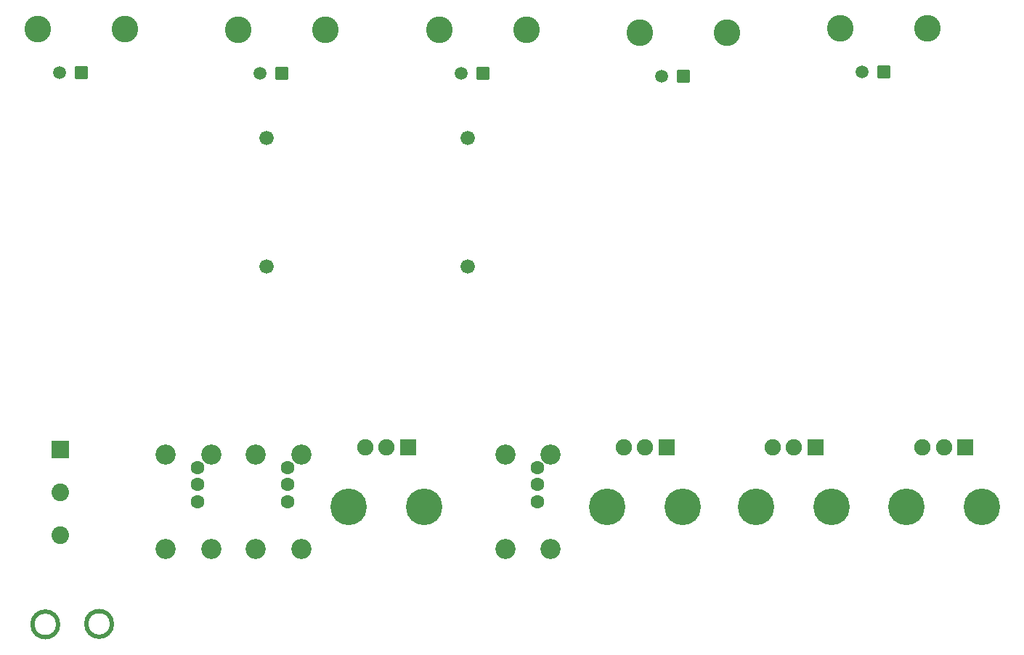
<source format=gbr>
%TF.GenerationSoftware,KiCad,Pcbnew,8.0.5*%
%TF.CreationDate,2024-10-09T14:13:09+02:00*%
%TF.ProjectId,ElectronicVdP,456c6563-7472-46f6-9e69-635664502e6b,v 1.0*%
%TF.SameCoordinates,Original*%
%TF.FileFunction,Soldermask,Bot*%
%TF.FilePolarity,Negative*%
%FSLAX46Y46*%
G04 Gerber Fmt 4.6, Leading zero omitted, Abs format (unit mm)*
G04 Created by KiCad (PCBNEW 8.0.5) date 2024-10-09 14:13:09*
%MOMM*%
%LPD*%
G01*
G04 APERTURE LIST*
G04 Aperture macros list*
%AMRoundRect*
0 Rectangle with rounded corners*
0 $1 Rounding radius*
0 $2 $3 $4 $5 $6 $7 $8 $9 X,Y pos of 4 corners*
0 Add a 4 corners polygon primitive as box body*
4,1,4,$2,$3,$4,$5,$6,$7,$8,$9,$2,$3,0*
0 Add four circle primitives for the rounded corners*
1,1,$1+$1,$2,$3*
1,1,$1+$1,$4,$5*
1,1,$1+$1,$6,$7*
1,1,$1+$1,$8,$9*
0 Add four rect primitives between the rounded corners*
20,1,$1+$1,$2,$3,$4,$5,0*
20,1,$1+$1,$4,$5,$6,$7,0*
20,1,$1+$1,$6,$7,$8,$9,0*
20,1,$1+$1,$8,$9,$2,$3,0*%
G04 Aperture macros list end*
%ADD10C,0.500000*%
%ADD11C,1.601600*%
%ADD12C,2.351600*%
%ADD13RoundRect,0.050800X0.900000X0.900000X-0.900000X0.900000X-0.900000X-0.900000X0.900000X-0.900000X0*%
%ADD14C,1.901600*%
%ADD15C,4.256600*%
%ADD16RoundRect,0.050800X-0.700000X-0.700000X0.700000X-0.700000X0.700000X0.700000X-0.700000X0.700000X0*%
%ADD17C,1.501600*%
%ADD18C,3.101600*%
%ADD19RoundRect,0.050800X-0.975000X0.975000X-0.975000X-0.975000X0.975000X-0.975000X0.975000X0.975000X0*%
%ADD20C,2.051600*%
%ADD21C,1.676600*%
G04 APERTURE END LIST*
D10*
X62000000Y-153317500D02*
G75*
G02*
X59000000Y-153317500I-1500000J0D01*
G01*
X59000000Y-153317500D02*
G75*
G02*
X62000000Y-153317500I1500000J0D01*
G01*
X55725475Y-153377500D02*
G75*
G02*
X52725475Y-153377500I-1500000J0D01*
G01*
X52725475Y-153377500D02*
G75*
G02*
X55725475Y-153377500I1500000J0D01*
G01*
D11*
%TO.C,S4*%
X72000000Y-135075000D03*
X72000000Y-137075000D03*
X72000000Y-139075000D03*
D12*
X73550000Y-133575000D03*
X73550000Y-144575000D03*
X68250000Y-133575000D03*
X68250000Y-144575000D03*
%TD*%
D11*
%TO.C,S3*%
X111600000Y-135075000D03*
X111600000Y-137075000D03*
X111600000Y-139075000D03*
D12*
X113150000Y-133575000D03*
X113150000Y-144575000D03*
X107850000Y-133575000D03*
X107850000Y-144575000D03*
%TD*%
D11*
%TO.C,S2*%
X82500000Y-135075000D03*
X82500000Y-137075000D03*
X82500000Y-139075000D03*
D12*
X84050000Y-133575000D03*
X84050000Y-144575000D03*
X78750000Y-133575000D03*
X78750000Y-144575000D03*
%TD*%
D13*
%TO.C,P4*%
X161500000Y-132700000D03*
D14*
X159000000Y-132700000D03*
X156500000Y-132700000D03*
D15*
X163400000Y-139700000D03*
X154600000Y-139700000D03*
%TD*%
D13*
%TO.C,P3*%
X126635000Y-132700000D03*
D14*
X124135000Y-132700000D03*
X121635000Y-132700000D03*
D15*
X128535000Y-139700000D03*
X119735000Y-139700000D03*
%TD*%
D13*
%TO.C,P2*%
X96500000Y-132700000D03*
D14*
X94000000Y-132700000D03*
X91500000Y-132700000D03*
D15*
X98400000Y-139700000D03*
X89600000Y-139700000D03*
%TD*%
D13*
%TO.C,P1*%
X144000000Y-132700000D03*
D14*
X141500000Y-132700000D03*
X139000000Y-132700000D03*
D15*
X145900000Y-139700000D03*
X137100000Y-139700000D03*
%TD*%
D16*
%TO.C,J6*%
X152000000Y-89000000D03*
D17*
X149460000Y-89000000D03*
D18*
X157080000Y-83920000D03*
X146920000Y-83920000D03*
%TD*%
D16*
%TO.C,J5*%
X128605000Y-89500000D03*
D17*
X126065000Y-89500000D03*
D18*
X133685000Y-84420000D03*
X123525000Y-84420000D03*
%TD*%
D19*
%TO.C,J4*%
X56000000Y-133000000D03*
D20*
X56000000Y-138000000D03*
X56000000Y-143000000D03*
%TD*%
D16*
%TO.C,J3*%
X105210000Y-89120000D03*
D17*
X102670000Y-89120000D03*
D18*
X110290000Y-84040000D03*
X100130000Y-84040000D03*
%TD*%
D16*
%TO.C,J2*%
X81815000Y-89120000D03*
D17*
X79275000Y-89120000D03*
D18*
X86895000Y-84040000D03*
X76735000Y-84040000D03*
%TD*%
D16*
%TO.C,J1*%
X58420000Y-89080000D03*
D17*
X55880000Y-89080000D03*
D18*
X63500000Y-84000000D03*
X53340000Y-84000000D03*
%TD*%
D21*
%TO.C,C2*%
X103505000Y-111640000D03*
X103505000Y-96640000D03*
%TD*%
%TO.C,C1*%
X80010000Y-96640000D03*
X80010000Y-111640000D03*
%TD*%
M02*

</source>
